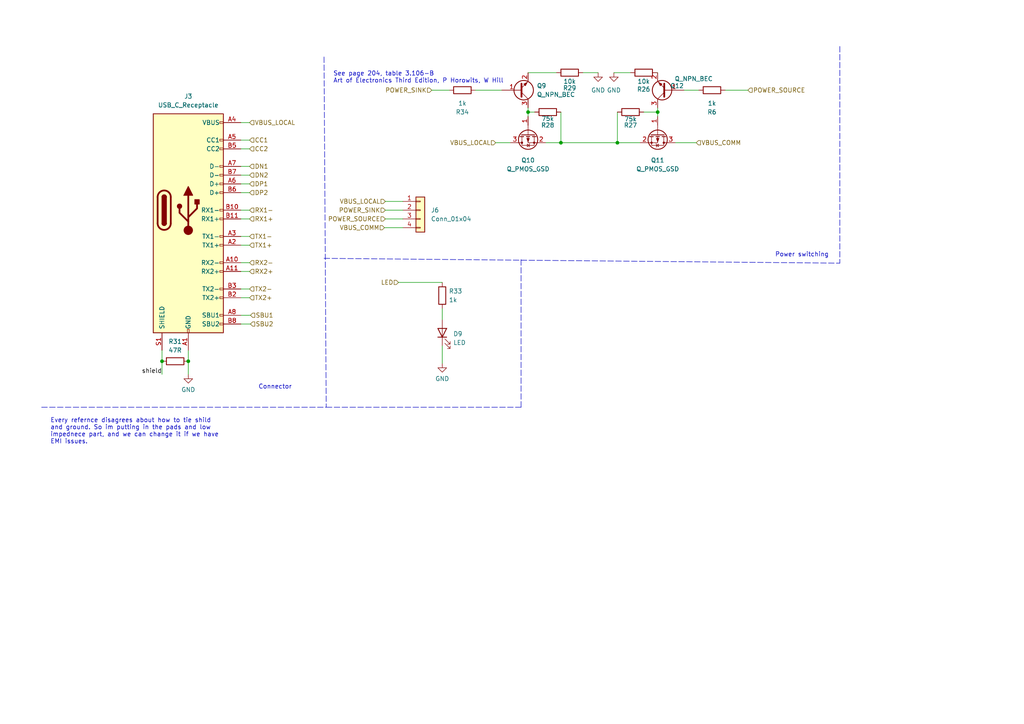
<source format=kicad_sch>
(kicad_sch (version 20211123) (generator eeschema)
  (paper "A4")
  (lib_symbols
    (symbol "Connector:USB_C_Receptacle" (pin_names (offset 1.016))
      (property "Reference" "J" (at -10.16 29.21 0))
      (property "Value" "USB_C_Receptacle" (at 10.16 29.21 0))
      (symbol "USB_C_Receptacle_0_0"
        (rectangle (start -0.254 -35.56) (end 0.254 -34.544))
        (rectangle (start 10.16 -32.766) (end 9.144 -33.274))
        (rectangle (start 10.16 -30.226) (end 9.144 -30.734))
        (rectangle (start 10.16 -25.146) (end 9.144 -25.654))
        (rectangle (start 10.16 -22.606) (end 9.144 -23.114))
        (rectangle (start 10.16 -17.526) (end 9.144 -18.034))
        (rectangle (start 10.16 -14.986) (end 9.144 -15.494))
        (rectangle (start 10.16 -9.906) (end 9.144 -10.414))
        (rectangle (start 10.16 -7.366) (end 9.144 -7.874))
        (rectangle (start 10.16 -2.286) (end 9.144 -2.794))
        (rectangle (start 10.16 0.254) (end 9.144 -0.254))
        (rectangle (start 10.16 5.334) (end 9.144 4.826))
        (rectangle (start 10.16 7.874) (end 9.144 7.366))
        (rectangle (start 10.16 10.414) (end 9.144 9.906))
        (rectangle (start 10.16 12.954) (end 9.144 12.446))
        (rectangle (start 10.16 18.034) (end 9.144 17.526))
        (rectangle (start 10.16 20.574) (end 9.144 20.066))
        (rectangle (start 10.16 25.654) (end 9.144 25.146))
      )
      (symbol "USB_C_Receptacle_0_1"
        (rectangle (start -10.16 27.94) (end 10.16 -35.56) (stroke (width 0.254)) (fill (type background)))
        (arc (start -8.89 -3.81) (mid -6.985 -5.715) (end -5.08 -3.81) (stroke (width 0.508)))
        (arc (start -7.62 -3.81) (mid -6.985 -4.445) (end -6.35 -3.81) (stroke (width 0.254)))
        (arc (start -7.62 -3.81) (mid -6.985 -4.445) (end -6.35 -3.81) (stroke (width 0.254)) (fill (type outline)))
        (rectangle (start -7.62 -3.81) (end -6.35 3.81) (stroke (width 0.254)) (fill (type outline)))
        (arc (start -6.35 3.81) (mid -6.985 4.445) (end -7.62 3.81) (stroke (width 0.254)))
        (arc (start -6.35 3.81) (mid -6.985 4.445) (end -7.62 3.81) (stroke (width 0.254)) (fill (type outline)))
        (arc (start -5.08 3.81) (mid -6.985 5.715) (end -8.89 3.81) (stroke (width 0.508)))
        (polyline (pts (xy -8.89 -3.81) (xy -8.89 3.81)) (stroke (width 0.508)))
        (polyline (pts (xy -5.08 3.81) (xy -5.08 -3.81)) (stroke (width 0.508)))
      )
      (symbol "USB_C_Receptacle_1_1"
        (circle (center -2.54 1.143) (radius 0.635) (stroke (width 0.254)) (fill (type outline)))
        (circle (center 0 -5.842) (radius 1.27) (fill (type outline)))
        (polyline (pts (xy 0 -5.842) (xy 0 4.318)) (stroke (width 0.508)))
        (polyline (pts (xy 0 -3.302) (xy -2.54 -0.762) (xy -2.54 0.508)) (stroke (width 0.508)))
        (polyline (pts (xy 0 -2.032) (xy 2.54 0.508) (xy 2.54 1.778)) (stroke (width 0.508)))
        (polyline (pts (xy -1.27 4.318) (xy 0 6.858) (xy 1.27 4.318) (xy -1.27 4.318)) (stroke (width 0.254)) (fill (type outline)))
        (rectangle (start 1.905 1.778) (end 3.175 3.048) (stroke (width 0.254)) (fill (type outline)))
        (pin passive line (at 0 -40.64 90) (length 5.08) (name "GND") (number "A1"))
        (pin bidirectional line (at 15.24 -15.24 180) (length 5.08) (name "RX2-") (number "A10"))
        (pin bidirectional line (at 15.24 -17.78 180) (length 5.08) (name "RX2+") (number "A11"))
        (pin passive line (at 0 -40.64 90) (length 5.08) hide (name "GND") (number "A12"))
        (pin bidirectional line (at 15.24 -10.16 180) (length 5.08) (name "TX1+") (number "A2"))
        (pin bidirectional line (at 15.24 -7.62 180) (length 5.08) (name "TX1-") (number "A3"))
        (pin passive line (at 15.24 25.4 180) (length 5.08) (name "VBUS") (number "A4"))
        (pin bidirectional line (at 15.24 20.32 180) (length 5.08) (name "CC1") (number "A5"))
        (pin bidirectional line (at 15.24 7.62 180) (length 5.08) (name "D+") (number "A6"))
        (pin bidirectional line (at 15.24 12.7 180) (length 5.08) (name "D-") (number "A7"))
        (pin bidirectional line (at 15.24 -30.48 180) (length 5.08) (name "SBU1") (number "A8"))
        (pin passive line (at 15.24 25.4 180) (length 5.08) hide (name "VBUS") (number "A9"))
        (pin passive line (at 0 -40.64 90) (length 5.08) hide (name "GND") (number "B1"))
        (pin bidirectional line (at 15.24 0 180) (length 5.08) (name "RX1-") (number "B10"))
        (pin bidirectional line (at 15.24 -2.54 180) (length 5.08) (name "RX1+") (number "B11"))
        (pin passive line (at 0 -40.64 90) (length 5.08) hide (name "GND") (number "B12"))
        (pin bidirectional line (at 15.24 -25.4 180) (length 5.08) (name "TX2+") (number "B2"))
        (pin bidirectional line (at 15.24 -22.86 180) (length 5.08) (name "TX2-") (number "B3"))
        (pin passive line (at 15.24 25.4 180) (length 5.08) hide (name "VBUS") (number "B4"))
        (pin bidirectional line (at 15.24 17.78 180) (length 5.08) (name "CC2") (number "B5"))
        (pin bidirectional line (at 15.24 5.08 180) (length 5.08) (name "D+") (number "B6"))
        (pin bidirectional line (at 15.24 10.16 180) (length 5.08) (name "D-") (number "B7"))
        (pin bidirectional line (at 15.24 -33.02 180) (length 5.08) (name "SBU2") (number "B8"))
        (pin passive line (at 15.24 25.4 180) (length 5.08) hide (name "VBUS") (number "B9"))
        (pin passive line (at -7.62 -40.64 90) (length 5.08) (name "SHIELD") (number "S1"))
      )
    )
    (symbol "Connector_Generic:Conn_01x04" (pin_names (offset 1.016) hide)
      (property "Reference" "J" (at 0 5.08 0))
      (property "Value" "Conn_01x04" (at 0 -7.62 0))
      (symbol "Conn_01x04_1_1"
        (rectangle (start -1.27 -4.953) (end 0 -5.207) (stroke (width 0.1524)))
        (rectangle (start -1.27 -2.413) (end 0 -2.667) (stroke (width 0.1524)))
        (rectangle (start -1.27 0.127) (end 0 -0.127) (stroke (width 0.1524)))
        (rectangle (start -1.27 2.667) (end 0 2.413) (stroke (width 0.1524)))
        (rectangle (start -1.27 3.81) (end 1.27 -6.35) (stroke (width 0.254)) (fill (type background)))
        (pin passive line (at -5.08 2.54 0) (length 3.81) (name "Pin_1") (number "1"))
        (pin passive line (at -5.08 0 0) (length 3.81) (name "Pin_2") (number "2"))
        (pin passive line (at -5.08 -2.54 0) (length 3.81) (name "Pin_3") (number "3"))
        (pin passive line (at -5.08 -5.08 0) (length 3.81) (name "Pin_4") (number "4"))
      )
    )
    (symbol "Device:LED" (pin_numbers hide) (pin_names (offset 1.016) hide)
      (property "Reference" "D" (at 0 2.54 0))
      (property "Value" "LED" (at 0 -2.54 0))
      (symbol "LED_0_1"
        (polyline (pts (xy -1.27 -1.27) (xy -1.27 1.27)) (stroke (width 0.254)))
        (polyline (pts (xy -1.27 0) (xy 1.27 0)))
        (polyline (pts (xy 1.27 -1.27) (xy 1.27 1.27) (xy -1.27 0) (xy 1.27 -1.27)) (stroke (width 0.254)))
        (polyline (pts (xy -3.048 -0.762) (xy -4.572 -2.286) (xy -3.81 -2.286) (xy -4.572 -2.286) (xy -4.572 -1.524)))
        (polyline (pts (xy -1.778 -0.762) (xy -3.302 -2.286) (xy -2.54 -2.286) (xy -3.302 -2.286) (xy -3.302 -1.524)))
      )
      (symbol "LED_1_1"
        (pin passive line (at -3.81 0 0) (length 2.54) (name "K") (number "1"))
        (pin passive line (at 3.81 0 180) (length 2.54) (name "A") (number "2"))
      )
    )
    (symbol "Device:Q_NPN_BEC" (pin_names (offset 0) hide)
      (property "Reference" "Q" (at 5.08 1.27 0))
      (property "Value" "Q_NPN_BEC" (at 5.08 -1.27 0))
      (symbol "Q_NPN_BEC_0_1"
        (polyline (pts (xy 0.635 0.635) (xy 2.54 2.54)))
        (polyline (pts (xy 0.635 -0.635) (xy 2.54 -2.54) (xy 2.54 -2.54)))
        (polyline (pts (xy 0.635 1.905) (xy 0.635 -1.905) (xy 0.635 -1.905)) (stroke (width 0.508)))
        (polyline (pts (xy 1.27 -1.778) (xy 1.778 -1.27) (xy 2.286 -2.286) (xy 1.27 -1.778) (xy 1.27 -1.778)) (fill (type outline)))
        (circle (center 1.27 0) (radius 2.8194) (stroke (width 0.254)))
      )
      (symbol "Q_NPN_BEC_1_1"
        (pin input line (at -5.08 0 0) (length 5.715) (name "B") (number "1"))
        (pin passive line (at 2.54 -5.08 90) (length 2.54) (name "E") (number "2"))
        (pin passive line (at 2.54 5.08 270) (length 2.54) (name "C") (number "3"))
      )
    )
    (symbol "Device:Q_PMOS_GSD" (pin_names (offset 0) hide)
      (property "Reference" "Q" (at 5.08 1.27 0))
      (property "Value" "Q_PMOS_GSD" (at 5.08 -1.27 0))
      (symbol "Q_PMOS_GSD_0_1"
        (polyline (pts (xy 0.254 0) (xy -2.54 0)))
        (polyline (pts (xy 0.254 1.905) (xy 0.254 -1.905)) (stroke (width 0.254)))
        (polyline (pts (xy 0.762 -1.27) (xy 0.762 -2.286)) (stroke (width 0.254)))
        (polyline (pts (xy 0.762 0.508) (xy 0.762 -0.508)) (stroke (width 0.254)))
        (polyline (pts (xy 0.762 2.286) (xy 0.762 1.27)) (stroke (width 0.254)))
        (polyline (pts (xy 2.54 2.54) (xy 2.54 1.778)))
        (polyline (pts (xy 2.54 -2.54) (xy 2.54 0) (xy 0.762 0)))
        (polyline (pts (xy 0.762 1.778) (xy 3.302 1.778) (xy 3.302 -1.778) (xy 0.762 -1.778)))
        (polyline (pts (xy 2.286 0) (xy 1.27 0.381) (xy 1.27 -0.381) (xy 2.286 0)) (fill (type outline)))
        (polyline (pts (xy 2.794 -0.508) (xy 2.921 -0.381) (xy 3.683 -0.381) (xy 3.81 -0.254)))
        (polyline (pts (xy 3.302 -0.381) (xy 2.921 0.254) (xy 3.683 0.254) (xy 3.302 -0.381)))
        (circle (center 1.651 0) (radius 2.794) (stroke (width 0.254)))
        (circle (center 2.54 -1.778) (radius 0.254) (fill (type outline)))
        (circle (center 2.54 1.778) (radius 0.254) (fill (type outline)))
      )
      (symbol "Q_PMOS_GSD_1_1"
        (pin input line (at -5.08 0 0) (length 2.54) (name "G") (number "1"))
        (pin passive line (at 2.54 -5.08 90) (length 2.54) (name "S") (number "2"))
        (pin passive line (at 2.54 5.08 270) (length 2.54) (name "D") (number "3"))
      )
    )
    (symbol "Device:R" (pin_numbers hide) (pin_names (offset 0))
      (property "Reference" "R" (at 2.032 0 90))
      (property "Value" "R" (at 0 0 90))
      (symbol "R_0_1"
        (rectangle (start -1.016 -2.54) (end 1.016 2.54) (stroke (width 0.254)))
      )
      (symbol "R_1_1"
        (pin passive line (at 0 3.81 270) (length 1.27) (name "~") (number "1"))
        (pin passive line (at 0 -3.81 90) (length 1.27) (name "~") (number "2"))
      )
    )
    (symbol "power:GND" (power) (pin_names (offset 0))
      (property "Value" "GND" (at 0 -3.81 0))
      (symbol "GND_0_1"
        (polyline (pts (xy 0 0) (xy 0 -1.27) (xy 1.27 -1.27) (xy 0 -2.54) (xy -1.27 -1.27) (xy 0 -1.27)))
      )
      (symbol "GND_1_1"
        (pin power_in line (at 0 0 270) (length 0) hide (name "GND") (number "1"))
      )
    )
  )
  (junction (at 46.99 104.775))
  (junction (at 190.754 32.512))
  (junction (at 54.61 104.775))
  (junction (at 162.687 41.402))
  (junction (at 179.07 41.402))
  (junction (at 153.162 32.512))
  (wire (pts (xy 128.27 89.535) (xy 128.27 92.71)))
  (wire (pts (xy 69.85 35.56) (xy 72.39 35.56)))
  (wire (pts (xy 111.76 60.96) (xy 116.84 60.96)))
  (wire (pts (xy 69.85 40.64) (xy 72.39 40.64)))
  (wire (pts (xy 54.61 104.775) (xy 54.61 108.585)))
  (polyline (pts (xy 12.065 118.11) (xy 94.615 118.11)))
  (wire (pts (xy 69.85 43.18) (xy 72.39 43.18)))
  (wire (pts (xy 115.57 81.915) (xy 128.27 81.915)))
  (wire (pts (xy 190.754 32.512) (xy 190.754 33.782)))
  (polyline (pts (xy 94.615 118.11) (xy 151.13 118.11)))
  (wire (pts (xy 137.922 26.162) (xy 145.542 26.162)))
  (wire (pts (xy 72.644 91.44) (xy 69.85 91.44)))
  (wire (pts (xy 186.69 32.512) (xy 190.754 32.512)))
  (wire (pts (xy 69.85 50.8) (xy 72.39 50.8)))
  (wire (pts (xy 46.99 101.6) (xy 46.99 104.775)))
  (wire (pts (xy 69.85 71.12) (xy 72.39 71.12)))
  (wire (pts (xy 69.85 83.82) (xy 72.39 83.82)))
  (wire (pts (xy 162.687 41.402) (xy 179.07 41.402)))
  (wire (pts (xy 153.162 32.512) (xy 153.162 33.782)))
  (wire (pts (xy 69.85 53.34) (xy 72.39 53.34)))
  (wire (pts (xy 179.07 41.402) (xy 185.674 41.402)))
  (wire (pts (xy 169.037 21.082) (xy 173.482 21.082)))
  (wire (pts (xy 216.916 26.162) (xy 210.312 26.162)))
  (wire (pts (xy 158.242 41.402) (xy 162.687 41.402)))
  (wire (pts (xy 143.764 41.402) (xy 148.082 41.402)))
  (wire (pts (xy 153.162 21.082) (xy 161.417 21.082)))
  (wire (pts (xy 69.85 86.36) (xy 72.39 86.36)))
  (polyline (pts (xy 93.98 74.93) (xy 243.586 76.327)))
  (wire (pts (xy 111.76 58.42) (xy 116.84 58.42)))
  (wire (pts (xy 190.754 31.242) (xy 190.754 32.512)))
  (polyline (pts (xy 243.586 13.462) (xy 243.586 76.327)))
  (wire (pts (xy 69.85 76.2) (xy 72.39 76.2)))
  (wire (pts (xy 54.61 101.6) (xy 54.61 104.775)))
  (wire (pts (xy 111.76 63.5) (xy 116.84 63.5)))
  (wire (pts (xy 153.162 31.242) (xy 153.162 32.512)))
  (wire (pts (xy 190.754 21.082) (xy 190.5 21.082)))
  (wire (pts (xy 69.85 68.58) (xy 72.39 68.58)))
  (wire (pts (xy 178.054 21.082) (xy 182.88 21.082)))
  (wire (pts (xy 69.85 78.74) (xy 72.39 78.74)))
  (wire (pts (xy 162.687 32.512) (xy 162.687 41.402)))
  (wire (pts (xy 46.99 104.775) (xy 46.99 108.585)))
  (wire (pts (xy 69.85 93.98) (xy 72.644 93.98)))
  (wire (pts (xy 111.506 66.04) (xy 116.84 66.04)))
  (wire (pts (xy 125.222 26.162) (xy 130.302 26.162)))
  (wire (pts (xy 201.93 41.402) (xy 195.834 41.402)))
  (wire (pts (xy 69.85 55.88) (xy 72.39 55.88)))
  (polyline (pts (xy 93.98 16.51) (xy 94.615 118.11)))
  (wire (pts (xy 198.374 26.162) (xy 202.692 26.162)))
  (polyline (pts (xy 151.13 118.11) (xy 151.13 74.93)))
  (wire (pts (xy 153.162 32.512) (xy 155.067 32.512)))
  (wire (pts (xy 128.27 100.33) (xy 128.27 105.41)))
  (wire (pts (xy 179.07 32.512) (xy 179.07 41.402)))
  (wire (pts (xy 69.85 60.96) (xy 72.39 60.96)))
  (wire (pts (xy 69.85 63.5) (xy 72.39 63.5)))
  (wire (pts (xy 69.85 48.26) (xy 72.39 48.26)))
  (text "Connector" (at 74.93 113.03 0) (effects (font (size 1.27 1.27)) (justify left bottom)))
  (text "Every refernce disagrees about how to tie shild\nand ground. So im putting in the pads and low\nimpednece part, and we can change it if we have\nEMI issues.\n" (at 14.605 128.905 0) (effects (font (size 1.27 1.27)) (justify left bottom)))
  (text "See page 204, table 3.106-B\nArt of Electronics Third Edition, P Horowits, W Hill" (at 96.647 24.257 0) (effects (font (size 1.27 1.27)) (justify left bottom)))
  (text "Power switching" (at 224.79 74.676 0) (effects (font (size 1.27 1.27)) (justify left bottom)))
  (label "shield" (at 46.99 108.585 180))
  (hierarchical_label "SBU2" (shape input) (at 72.644 93.98 0))
  (hierarchical_label "VBUS_COMM" (shape input) (at 111.506 66.04 180))
  (hierarchical_label "SBU1" (shape input) (at 72.644 91.44 0))
  (hierarchical_label "VBUS_LOCAL" (shape input) (at 72.39 35.56 0))
  (hierarchical_label "POWER_SOURCE" (shape input) (at 111.76 63.5 180))
  (hierarchical_label "POWER_SINK" (shape input) (at 111.76 60.96 180))
  (hierarchical_label "RX2-" (shape input) (at 72.39 76.2 0))
  (hierarchical_label "DN1" (shape input) (at 72.39 48.26 0))
  (hierarchical_label "VBUS_LOCAL" (shape input) (at 111.76 58.42 180))
  (hierarchical_label "POWER_SINK" (shape input) (at 125.222 26.162 180))
  (hierarchical_label "TX2-" (shape input) (at 72.39 83.82 0))
  (hierarchical_label "VBUS_COMM" (shape input) (at 201.93 41.402 0))
  (hierarchical_label "DP1" (shape input) (at 72.39 53.34 0))
  (hierarchical_label "TX1+" (shape input) (at 72.39 71.12 0))
  (hierarchical_label "DN2" (shape input) (at 72.39 50.8 0))
  (hierarchical_label "RX1-" (shape input) (at 72.39 60.96 0))
  (hierarchical_label "CC2" (shape input) (at 72.39 43.18 0))
  (hierarchical_label "LED" (shape input) (at 115.57 81.915 180))
  (hierarchical_label "DP2" (shape input) (at 72.39 55.88 0))
  (hierarchical_label "TX2+" (shape input) (at 72.39 86.36 0))
  (hierarchical_label "RX2+" (shape input) (at 72.39 78.74 0))
  (hierarchical_label "TX1-" (shape input) (at 72.39 68.58 0))
  (hierarchical_label "VBUS_LOCAL" (shape input) (at 143.764 41.402 180))
  (hierarchical_label "POWER_SOURCE" (shape input) (at 216.916 26.162 0))
  (hierarchical_label "RX1+" (shape input) (at 72.39 63.5 0))
  (hierarchical_label "CC1" (shape input) (at 72.39 40.64 0))
  (symbol (lib_id "Device:R") (at 128.27 85.725 0) (unit 1)
    (property "Reference" "R33" (at 130.175 84.4549 0) (effects (justify left)))
    (property "Value" "1k" (at 130.175 86.9949 0) (effects (justify left)))
    (property "Footprint" "Resistor_SMD:R_0603_1608Metric_Pad0.98x0.95mm_HandSolder" (effects hide))
    (property "LCSC" "C21190" (effects hide))
  )
  (symbol (lib_id "Device:R") (at 206.502 26.162 270) (unit 1)
    (property "Reference" "R6" (at 206.502 32.512 90))
    (property "Value" "1k" (at 206.502 29.972 90))
    (property "Footprint" "Resistor_SMD:R_0603_1608Metric_Pad0.98x0.95mm_HandSolder" (effects hide))
    (property "LCSC" "C21190" (effects hide))
  )
  (symbol (lib_id "Device:Q_PMOS_GSD") (at 190.754 38.862 270) (unit 1)
    (property "Reference" "Q11" (at 190.754 46.482 90))
    (property "Value" "Q_PMOS_GSD" (at 190.754 49.022 90))
    (property "Footprint" "Package_TO_SOT_SMD:SOT-23W" (effects hide))
    (property "LCSC" "C15127" (effects hide))
    (property "LCSC Part #" "C15127" (effects hide))
  )
  (symbol (lib_id "Device:R") (at 158.877 32.512 270) (unit 1)
    (property "Reference" "R28" (at 158.877 36.322 90))
    (property "Value" "75k" (at 158.877 34.417 90))
    (property "Footprint" "Resistor_SMD:R_0603_1608Metric_Pad0.98x0.95mm_HandSolder" (effects hide))
    (property "LCSC" "C23242" (effects hide))
  )
  (symbol (lib_id "Device:R") (at 165.227 21.082 270) (unit 1)
    (property "Reference" "R29" (at 165.227 25.527 90))
    (property "Value" "10k" (at 165.227 23.622 90))
    (property "Footprint" "Resistor_SMD:R_0603_1608Metric_Pad0.98x0.95mm_HandSolder" (effects hide))
    (property "LCSC" "C25804" (effects hide))
  )
  (symbol (lib_id "power:GND") (at 178.054 21.082 0) (unit 1)
    (property "Reference" "#PWR0109" (effects hide))
    (property "Value" "GND" (at 178.054 26.162 0))
  )
  (symbol (lib_id "Connector:USB_C_Receptacle") (at 54.61 60.96 0) (unit 1)
    (property "Reference" "J3" (at 54.61 27.94 0))
    (property "Value" "USB_C_Receptacle" (at 54.61 30.48 0))
    (property "Footprint" "ct_footprint:TYPE-C 24pin molex 1054500101" (effects hide))
    (property "Datasheet" "https://www.usb.org/sites/default/files/documents/usb_type-c.zip" (effects hide))
    (property "LCSC" "C134092" (effects hide))
  )
  (symbol (lib_id "Connector_Generic:Conn_01x04") (at 121.92 60.96 0) (unit 1) (in_bom no)
    (property "Reference" "J6" (at 124.968 60.9599 0) (effects (justify left)))
    (property "Value" "Conn_01x04" (at 124.968 63.4999 0) (effects (justify left)))
    (property "Footprint" "Connector_PinSocket_2.54mm:PinSocket_1x04_P2.54mm_Vertical" (effects hide))
  )
  (symbol (lib_id "Device:LED") (at 128.27 96.52 90) (unit 1)
    (property "Reference" "D9" (at 131.445 96.8374 90) (effects (justify right)))
    (property "Value" "LED" (at 131.445 99.3774 90) (effects (justify right)))
    (property "Footprint" "LED_SMD:LED_0603_1608Metric_Pad1.05x0.95mm_HandSolder" (effects hide))
    (property "LCSC" "C2290" (effects hide))
    (property "LCSC Part #" "C2290" (effects hide))
  )
  (symbol (lib_id "Device:R") (at 134.112 26.162 270) (unit 1)
    (property "Reference" "R34" (at 134.112 32.512 90))
    (property "Value" "1k" (at 134.112 29.972 90))
    (property "Footprint" "Resistor_SMD:R_0603_1608Metric_Pad0.98x0.95mm_HandSolder" (effects hide))
    (property "LCSC" "C21190" (effects hide))
  )
  (symbol (lib_id "Device:Q_NPN_BEC") (at 150.622 26.162 0) (mirror x) (unit 1)
    (property "Reference" "Q9" (at 155.702 24.8919 0) (effects (justify left)))
    (property "Value" "Q_NPN_BEC" (at 155.702 27.4319 0) (effects (justify left)))
    (property "Footprint" "Package_TO_SOT_SMD:SOT-23W" (effects hide))
    (property "LCSC" "C73088" (effects hide))
  )
  (symbol (lib_id "Device:R") (at 50.8 104.775 270) (unit 1)
    (property "Reference" "R31" (at 50.8 99.06 90))
    (property "Value" "47R" (at 50.8 101.6 90))
    (property "Footprint" "Resistor_SMD:R_0603_1608Metric_Pad0.98x0.95mm_HandSolder" (effects hide))
    (property "LCSC" "C103671" (effects hide))
  )
  (symbol (lib_id "power:GND") (at 173.482 21.082 0) (unit 1)
    (property "Reference" "#PWR0110" (effects hide))
    (property "Value" "GND" (at 173.482 26.162 0))
  )
  (symbol (lib_id "power:GND") (at 128.27 105.41 0) (unit 1)
    (property "Reference" "#PWR0108" (effects hide))
    (property "Value" "GND" (at 128.27 109.855 0))
  )
  (symbol (lib_id "Device:R") (at 182.88 32.512 270) (unit 1)
    (property "Reference" "R27" (at 182.88 36.322 90))
    (property "Value" "75k" (at 182.88 34.544 90))
    (property "Footprint" "Resistor_SMD:R_0603_1608Metric_Pad0.98x0.95mm_HandSolder" (effects hide))
    (property "LCSC" "C23242" (effects hide))
  )
  (symbol (lib_id "Device:Q_NPN_BEC") (at 193.294 26.162 180) (unit 1)
    (property "Reference" "Q12" (at 198.374 24.892 0) (effects (justify left)))
    (property "Value" "Q_NPN_BEC" (at 206.756 22.86 0) (effects (justify left)))
    (property "Footprint" "Package_TO_SOT_SMD:SOT-23W" (effects hide))
    (property "LCSC" "C73088" (effects hide))
  )
  (symbol (lib_id "Device:R") (at 186.69 21.082 270) (unit 1)
    (property "Reference" "R26" (at 186.69 25.908 90))
    (property "Value" "10k" (at 186.69 23.622 90))
    (property "Footprint" "Resistor_SMD:R_0603_1608Metric_Pad0.98x0.95mm_HandSolder" (effects hide))
    (property "LCSC" "C25804" (effects hide))
  )
  (symbol (lib_id "Device:Q_PMOS_GSD") (at 153.162 38.862 90) (mirror x) (unit 1)
    (property "Reference" "Q10" (at 153.162 46.482 90))
    (property "Value" "Q_PMOS_GSD" (at 153.162 49.022 90))
    (property "Footprint" "Package_TO_SOT_SMD:SOT-23W" (effects hide))
    (property "LCSC" "C15127" (effects hide))
    (property "LCSC Part #" "C15127" (effects hide))
  )
  (symbol (lib_id "power:GND") (at 54.61 108.585 0) (unit 1)
    (property "Reference" "#PWR0131" (effects hide))
    (property "Value" "GND" (at 54.61 113.03 0))
  )
)
</source>
